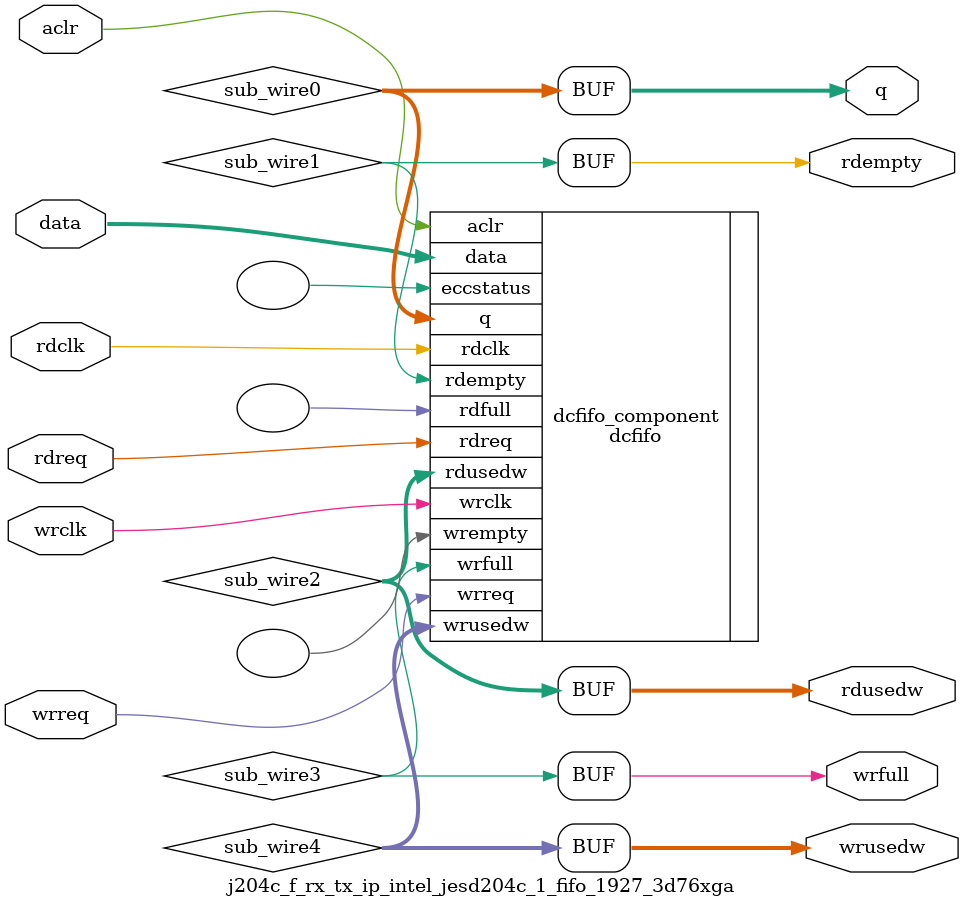
<source format=v>



`timescale 1 ps / 1 ps
// synopsys translate_on
module  j204c_f_rx_tx_ip_intel_jesd204c_1_fifo_1927_3d76xga  (
    aclr,
    data,
    rdclk,
    rdreq,
    wrclk,
    wrreq,
    q,
    rdempty,
    rdusedw,
    wrfull,
    wrusedw);

    input    aclr;
    input  [63:0]  data;
    input    rdclk;
    input    rdreq;
    input    wrclk;
    input    wrreq;
    output [63:0]  q;
    output   rdempty;
    output [2:0]  rdusedw;
    output   wrfull;
    output [2:0]  wrusedw;
`ifndef ALTERA_RESERVED_QIS
// synopsys translate_off
`endif
    tri0     aclr;
`ifndef ALTERA_RESERVED_QIS
// synopsys translate_on
`endif

    wire [63:0] sub_wire0;
    wire  sub_wire1;
    wire [2:0] sub_wire2;
    wire  sub_wire3;
    wire [2:0] sub_wire4;
    wire [63:0] q = sub_wire0[63:0];
    wire  rdempty = sub_wire1;
    wire [2:0] rdusedw = sub_wire2[2:0];
    wire  wrfull = sub_wire3;
    wire [2:0] wrusedw = sub_wire4[2:0];

    dcfifo  dcfifo_component (
                .aclr (aclr),
                .data (data),
                .rdclk (rdclk),
                .rdreq (rdreq),
                .wrclk (wrclk),
                .wrreq (wrreq),
                .q (sub_wire0),
                .rdempty (sub_wire1),
                .rdusedw (sub_wire2),
                .wrfull (sub_wire3),
                .wrusedw (sub_wire4),
                .eccstatus (),
                .rdfull (),
                .wrempty ());
    defparam
        dcfifo_component.enable_ecc  = "FALSE",
        dcfifo_component.intended_device_family  = "Agilex 7",
        dcfifo_component.lpm_hint  = "RAM_BLOCK_TYPE=MLAB,DISABLE_DCFIFO_EMBEDDED_TIMING_CONSTRAINT=TRUE",
        dcfifo_component.lpm_numwords  = 8,
        dcfifo_component.lpm_showahead  = "OFF",
        dcfifo_component.lpm_type  = "dcfifo",
        dcfifo_component.lpm_width  = 64,
        dcfifo_component.lpm_widthu  = 3,
        dcfifo_component.overflow_checking  = "ON",
        dcfifo_component.rdsync_delaypipe  = 4,
        dcfifo_component.read_aclr_synch  = "ON",
        dcfifo_component.underflow_checking  = "ON",
        dcfifo_component.use_eab  = "ON",
        dcfifo_component.write_aclr_synch  = "ON",
        dcfifo_component.wrsync_delaypipe  = 4;


endmodule



</source>
